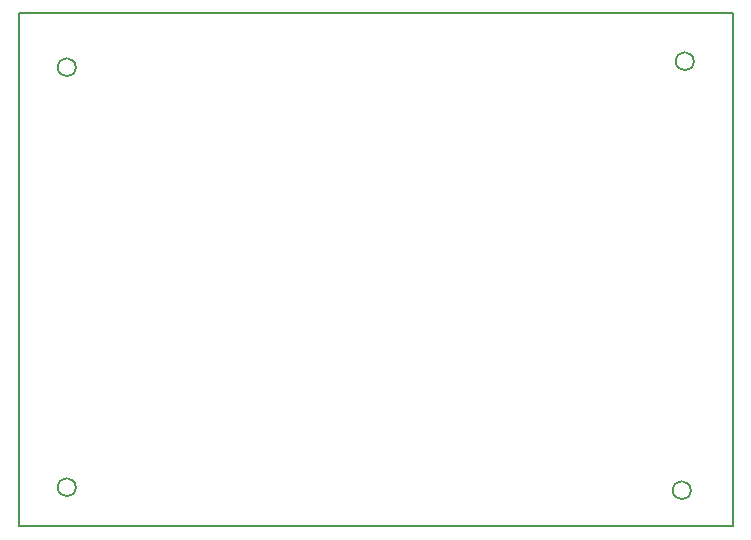
<source format=gbr>
G04 #@! TF.FileFunction,Profile,NP*
%FSLAX46Y46*%
G04 Gerber Fmt 4.6, Leading zero omitted, Abs format (unit mm)*
G04 Created by KiCad (PCBNEW 4.0.7-e2-6376~60~ubuntu17.10.1) date Thu Apr  5 10:53:41 2018*
%MOMM*%
%LPD*%
G01*
G04 APERTURE LIST*
%ADD10C,0.100000*%
%ADD11C,0.150000*%
G04 APERTURE END LIST*
D10*
D11*
X118618000Y-104140000D02*
G75*
G03X118618000Y-104140000I-762000J0D01*
G01*
X170688000Y-104394000D02*
G75*
G03X170688000Y-104394000I-762000J0D01*
G01*
X118618000Y-68580000D02*
G75*
G03X118618000Y-68580000I-762000J0D01*
G01*
X170942000Y-68072000D02*
G75*
G03X170942000Y-68072000I-762000J0D01*
G01*
X113792000Y-64008000D02*
X113792000Y-64008000D01*
X113792000Y-107442000D02*
X113792000Y-64008000D01*
X174244000Y-107442000D02*
X113792000Y-107442000D01*
X174244000Y-64008000D02*
X174244000Y-107442000D01*
X113792000Y-64008000D02*
X174244000Y-64008000D01*
M02*

</source>
